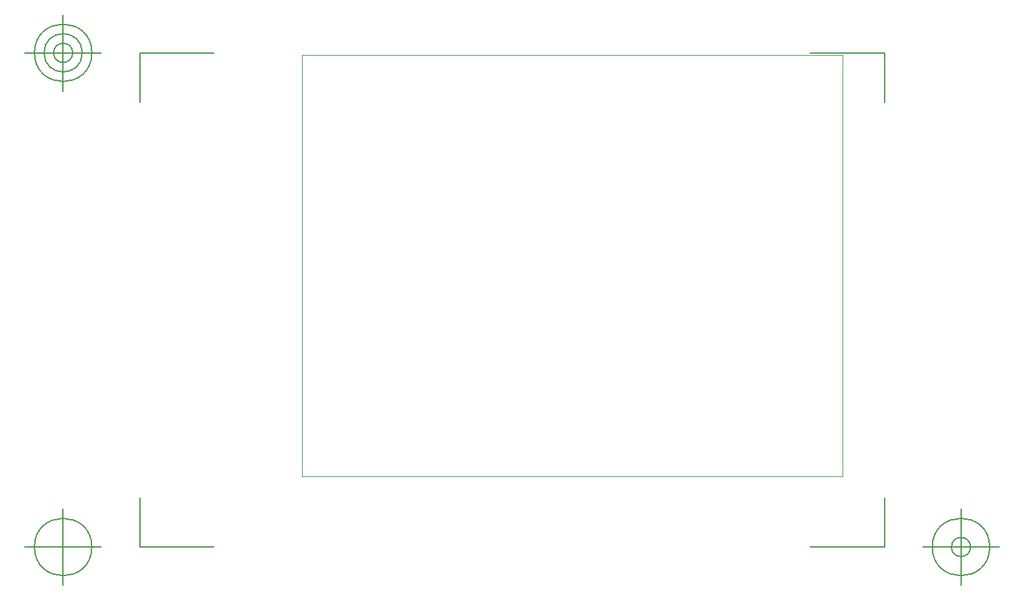
<source format=gbr>
G04 Generated by Ultiboard 13.0 *
%FSLAX25Y25*%
%MOIN*%

%ADD11C,0.00004*%
%ADD12C,0.00500*%


G04 ColorRGB 00FFFF for the following layer *
%LNBoard Outline*%
%LPD*%
G54D10*
G54D11*
X103996Y101998D02*
X382021Y101998D01*
X382021Y319000D01*
X103996Y319000D01*
X103996Y101998D01*
G54D12*
X20500Y65500D02*
X20500Y90950D01*
X20500Y65500D02*
X58804Y65500D01*
X403535Y65500D02*
X365232Y65500D01*
X403535Y65500D02*
X403535Y90950D01*
X403535Y320000D02*
X403535Y294550D01*
X403535Y320000D02*
X365232Y320000D01*
X20500Y320000D02*
X58804Y320000D01*
X20500Y320000D02*
X20500Y294550D01*
X815Y65500D02*
X-38555Y65500D01*
X-18870Y45815D02*
X-18870Y85185D01*
X-33634Y65500D02*
G75*
D01*
G02X-33634Y65500I14764J0*
G01*
X423220Y65500D02*
X462591Y65500D01*
X442906Y45815D02*
X442906Y85185D01*
X428142Y65500D02*
G75*
D01*
G02X428142Y65500I14764J0*
G01*
X437984Y65500D02*
G75*
D01*
G02X437984Y65500I4922J0*
G01*
X815Y320000D02*
X-38555Y320000D01*
X-18870Y300315D02*
X-18870Y339685D01*
X-33634Y320000D02*
G75*
D01*
G02X-33634Y320000I14764J0*
G01*
X-28713Y320000D02*
G75*
D01*
G02X-28713Y320000I9843J0*
G01*
X-23791Y320000D02*
G75*
D01*
G02X-23791Y320000I4921J0*
G01*

M02*

</source>
